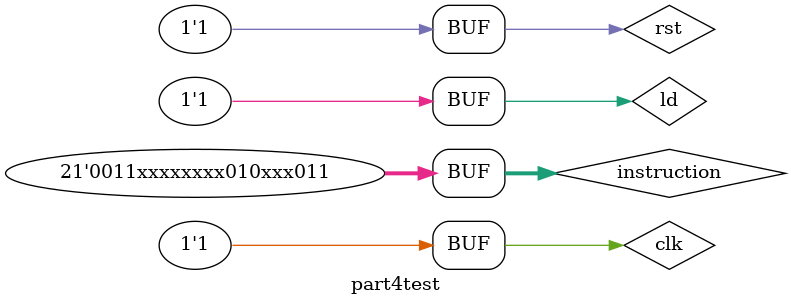
<source format=v>
`timescale 1ns / 1ps


module part4test();
    reg clk,rst,ld;
    reg [20:0] instruction  ;
    wire [7:0] outAlu;
    part4 uut(clk,rst,ld,instruction,outAlu);
    
    initial begin
    clk=1; rst=1; #20;clk=1; rst=0; #20;clk=1; rst=1; #20;
    clk=0; ld=0; #20;
    clk=1; ld=1; instruction=21'b010100000000010101000; #50;
    clk=0; ld=0; #20;
    clk=1; ld=1; instruction=21'b001100101011111xxx110; #50;
    clk=0; ld=0; #20;
    clk=1; ld=1; instruction=21'b010010000000111010000; #50;
    clk=0; ld=0; #20;
    clk=1; ld=1; instruction=21'b101100000000111xxx010; #50;
    clk=0; ld=0; #20;
    clk=1; ld=1; instruction=21'b0011xxxxxxxx010xxx011; #50;
    clk=0; ld=0; #20;
    clk=1; ld=1; instruction=21'b000010000000111010000; #50;
    clk=0; ld=0; #20;
    clk=1; ld=1; instruction=21'b101100000000111xxx010; #50;
    clk=0; ld=0; #20;
    clk=1; ld=1; instruction=21'b0011xxxxxxxx010xxx011; #50;
    end
    
endmodule

</source>
